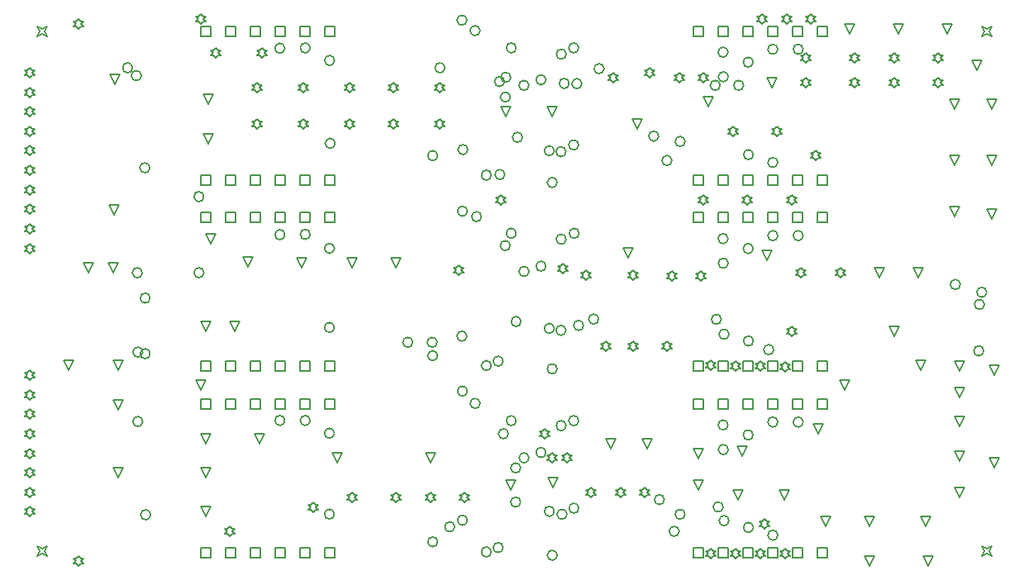
<source format=gbr>
%TF.GenerationSoftware,Altium Limited,Altium Designer,21.8.1 (53)*%
G04 Layer_Color=2752767*
%FSLAX45Y45*%
%MOMM*%
%TF.SameCoordinates,046F884E-5673-4B57-908A-D09F833A34A9*%
%TF.FilePolarity,Positive*%
%TF.FileFunction,Drawing*%
%TF.Part,Single*%
G01*
G75*
%TA.AperFunction,NonConductor*%
%ADD46C,0.12700*%
%ADD47C,0.16933*%
D46*
X11219200Y11473200D02*
Y11574800D01*
X11320800D01*
Y11473200D01*
X11219200D01*
X10965200D02*
Y11574800D01*
X11066800D01*
Y11473200D01*
X10965200D01*
X10711200D02*
Y11574800D01*
X10812800D01*
Y11473200D01*
X10711200D01*
X10457200D02*
Y11574800D01*
X10558800D01*
Y11473200D01*
X10457200D01*
X10203200D02*
Y11574800D01*
X10304800D01*
Y11473200D01*
X10203200D01*
X9949200D02*
Y11574800D01*
X10050800D01*
Y11473200D01*
X9949200D01*
X11219200Y9949200D02*
Y10050800D01*
X11320800D01*
Y9949200D01*
X11219200D01*
X10965200D02*
Y10050800D01*
X11066800D01*
Y9949200D01*
X10965200D01*
X10711200D02*
Y10050800D01*
X10812800D01*
Y9949200D01*
X10711200D01*
X10457200D02*
Y10050800D01*
X10558800D01*
Y9949200D01*
X10457200D01*
X10203200D02*
Y10050800D01*
X10304800D01*
Y9949200D01*
X10203200D01*
X9949200D02*
Y10050800D01*
X10050800D01*
Y9949200D01*
X9949200D01*
X14999200D02*
Y10050800D01*
X15100800D01*
Y9949200D01*
X14999200D01*
X15253200D02*
Y10050800D01*
X15354800D01*
Y9949200D01*
X15253200D01*
X15507201D02*
Y10050800D01*
X15608800D01*
Y9949200D01*
X15507201D01*
X15761200D02*
Y10050800D01*
X15862801D01*
Y9949200D01*
X15761200D01*
X16015199D02*
Y10050800D01*
X16116800D01*
Y9949200D01*
X16015199D01*
X16269200D02*
Y10050800D01*
X16370799D01*
Y9949200D01*
X16269200D01*
X14999200Y11473200D02*
Y11574800D01*
X15100800D01*
Y11473200D01*
X14999200D01*
X15253200D02*
Y11574800D01*
X15354800D01*
Y11473200D01*
X15253200D01*
X15507201D02*
Y11574800D01*
X15608800D01*
Y11473200D01*
X15507201D01*
X15761200D02*
Y11574800D01*
X15862801D01*
Y11473200D01*
X15761200D01*
X16015199D02*
Y11574800D01*
X16116800D01*
Y11473200D01*
X16015199D01*
X16269200D02*
Y11574800D01*
X16370799D01*
Y11473200D01*
X16269200D01*
X11219200Y9563200D02*
Y9664800D01*
X11320800D01*
Y9563200D01*
X11219200D01*
X10965200D02*
Y9664800D01*
X11066800D01*
Y9563200D01*
X10965200D01*
X10711200D02*
Y9664800D01*
X10812800D01*
Y9563200D01*
X10711200D01*
X10457200D02*
Y9664800D01*
X10558800D01*
Y9563200D01*
X10457200D01*
X10203200D02*
Y9664800D01*
X10304800D01*
Y9563200D01*
X10203200D01*
X9949200D02*
Y9664800D01*
X10050800D01*
Y9563200D01*
X9949200D01*
X11219200Y8039200D02*
Y8140800D01*
X11320800D01*
Y8039200D01*
X11219200D01*
X10965200D02*
Y8140800D01*
X11066800D01*
Y8039200D01*
X10965200D01*
X10711200D02*
Y8140800D01*
X10812800D01*
Y8039200D01*
X10711200D01*
X10457200D02*
Y8140800D01*
X10558800D01*
Y8039200D01*
X10457200D01*
X10203200D02*
Y8140800D01*
X10304800D01*
Y8039200D01*
X10203200D01*
X9949200D02*
Y8140800D01*
X10050800D01*
Y8039200D01*
X9949200D01*
X14999200D02*
Y8140800D01*
X15100800D01*
Y8039200D01*
X14999200D01*
X15253200D02*
Y8140800D01*
X15354800D01*
Y8039200D01*
X15253200D01*
X15507201D02*
Y8140800D01*
X15608800D01*
Y8039200D01*
X15507201D01*
X15761200D02*
Y8140800D01*
X15862801D01*
Y8039200D01*
X15761200D01*
X16015199D02*
Y8140800D01*
X16116800D01*
Y8039200D01*
X16015199D01*
X16269200D02*
Y8140800D01*
X16370799D01*
Y8039200D01*
X16269200D01*
X14999200Y9563200D02*
Y9664800D01*
X15100800D01*
Y9563200D01*
X14999200D01*
X15253200D02*
Y9664800D01*
X15354800D01*
Y9563200D01*
X15253200D01*
X15507201D02*
Y9664800D01*
X15608800D01*
Y9563200D01*
X15507201D01*
X15761200D02*
Y9664800D01*
X15862801D01*
Y9563200D01*
X15761200D01*
X16015199D02*
Y9664800D01*
X16116800D01*
Y9563200D01*
X16015199D01*
X16269200D02*
Y9664800D01*
X16370799D01*
Y9563200D01*
X16269200D01*
Y7653200D02*
Y7754800D01*
X16370799D01*
Y7653200D01*
X16269200D01*
X16015199D02*
Y7754800D01*
X16116800D01*
Y7653200D01*
X16015199D01*
X15761200D02*
Y7754800D01*
X15862801D01*
Y7653200D01*
X15761200D01*
X15507201D02*
Y7754800D01*
X15608800D01*
Y7653200D01*
X15507201D01*
X15253200D02*
Y7754800D01*
X15354800D01*
Y7653200D01*
X15253200D01*
X14999200D02*
Y7754800D01*
X15100800D01*
Y7653200D01*
X14999200D01*
X16269200Y6129200D02*
Y6230800D01*
X16370799D01*
Y6129200D01*
X16269200D01*
X16015199D02*
Y6230800D01*
X16116800D01*
Y6129200D01*
X16015199D01*
X15761200D02*
Y6230800D01*
X15862801D01*
Y6129200D01*
X15761200D01*
X15507201D02*
Y6230800D01*
X15608800D01*
Y6129200D01*
X15507201D01*
X15253200D02*
Y6230800D01*
X15354800D01*
Y6129200D01*
X15253200D01*
X14999200D02*
Y6230800D01*
X15100800D01*
Y6129200D01*
X14999200D01*
X9949200D02*
Y6230800D01*
X10050800D01*
Y6129200D01*
X9949200D01*
X10203200D02*
Y6230800D01*
X10304800D01*
Y6129200D01*
X10203200D01*
X10457200D02*
Y6230800D01*
X10558800D01*
Y6129200D01*
X10457200D01*
X10711200D02*
Y6230800D01*
X10812800D01*
Y6129200D01*
X10711200D01*
X10965200D02*
Y6230800D01*
X11066800D01*
Y6129200D01*
X10965200D01*
X11219200D02*
Y6230800D01*
X11320800D01*
Y6129200D01*
X11219200D01*
X9949200Y7653200D02*
Y7754800D01*
X10050800D01*
Y7653200D01*
X9949200D01*
X10203200D02*
Y7754800D01*
X10304800D01*
Y7653200D01*
X10203200D01*
X10457200D02*
Y7754800D01*
X10558800D01*
Y7653200D01*
X10457200D01*
X10711200D02*
Y7754800D01*
X10812800D01*
Y7653200D01*
X10711200D01*
X10965200D02*
Y7754800D01*
X11066800D01*
Y7653200D01*
X10965200D01*
X11219200D02*
Y7754800D01*
X11320800D01*
Y7653200D01*
X11219200D01*
X9050000Y9049200D02*
X8999200Y9150800D01*
X9100800D01*
X9050000Y9049200D01*
X13660001Y9039200D02*
X13685400Y9064600D01*
X13710800D01*
X13685400Y9090000D01*
X13710800Y9115400D01*
X13685400D01*
X13660001Y9140800D01*
X13634599Y9115400D01*
X13609200D01*
X13634599Y9090000D01*
X13609200Y9064600D01*
X13634599D01*
X13660001Y9039200D01*
X17675000Y10149200D02*
X17624200Y10250800D01*
X17725800D01*
X17675000Y10149200D01*
X18050000Y9599200D02*
X17999200Y9700800D01*
X18100800D01*
X18050000Y9599200D01*
X14325000Y9199200D02*
X14274200Y9300800D01*
X14375800D01*
X14325000Y9199200D01*
X15750000Y9174200D02*
X15699200Y9275800D01*
X15800800D01*
X15750000Y9174200D01*
X16275000Y7399200D02*
X16224200Y7500800D01*
X16325800D01*
X16275000Y7399200D01*
X10300000Y8449200D02*
X10249200Y8550800D01*
X10350800D01*
X10300000Y8449200D01*
X13025000Y9749200D02*
X13050400Y9774600D01*
X13075800D01*
X13050400Y9800000D01*
X13075800Y9825400D01*
X13050400D01*
X13025000Y9850800D01*
X12999600Y9825400D01*
X12974200D01*
X12999600Y9800000D01*
X12974200Y9774600D01*
X12999600D01*
X13025000Y9749200D01*
X17500000Y11199200D02*
X17525400Y11224600D01*
X17550800D01*
X17525400Y11250000D01*
X17550800Y11275400D01*
X17525400D01*
X17500000Y11300800D01*
X17474600Y11275400D01*
X17449200D01*
X17474600Y11250000D01*
X17449200Y11224600D01*
X17474600D01*
X17500000Y11199200D01*
X17050000D02*
X17075400Y11224600D01*
X17100800D01*
X17075400Y11250000D01*
X17100800Y11275400D01*
X17075400D01*
X17050000Y11300800D01*
X17024600Y11275400D01*
X16999200D01*
X17024600Y11250000D01*
X16999200Y11224600D01*
X17024600D01*
X17050000Y11199200D01*
X16650000D02*
X16675400Y11224600D01*
X16700800D01*
X16675400Y11250000D01*
X16700800Y11275400D01*
X16675400D01*
X16650000Y11300800D01*
X16624600Y11275400D01*
X16599200D01*
X16624600Y11250000D01*
X16599200Y11224600D01*
X16624600D01*
X16650000Y11199200D01*
X16150000D02*
X16175400Y11224600D01*
X16200800D01*
X16175400Y11250000D01*
X16200800Y11275400D01*
X16175400D01*
X16150000Y11300800D01*
X16124600Y11275400D01*
X16099200D01*
X16124600Y11250000D01*
X16099200Y11224600D01*
X16124600D01*
X16150000Y11199200D01*
X10575000Y11249200D02*
X10600400Y11274600D01*
X10625800D01*
X10600400Y11300000D01*
X10625800Y11325400D01*
X10600400D01*
X10575000Y11350800D01*
X10549600Y11325400D01*
X10524200D01*
X10549600Y11300000D01*
X10524200Y11274600D01*
X10549600D01*
X10575000Y11249200D01*
X10100000D02*
X10125400Y11274600D01*
X10150800D01*
X10125400Y11300000D01*
X10150800Y11325400D01*
X10125400D01*
X10100000Y11350800D01*
X10074600Y11325400D01*
X10049200D01*
X10074600Y11300000D01*
X10049200Y11274600D01*
X10074600D01*
X10100000Y11249200D01*
X12400000Y10899200D02*
X12425400Y10924600D01*
X12450800D01*
X12425400Y10950000D01*
X12450800Y10975400D01*
X12425400D01*
X12400000Y11000800D01*
X12374600Y10975400D01*
X12349200D01*
X12374600Y10950000D01*
X12349200Y10924600D01*
X12374600D01*
X12400000Y10899200D01*
Y10524200D02*
X12425400Y10549600D01*
X12450800D01*
X12425400Y10575000D01*
X12450800Y10600400D01*
X12425400D01*
X12400000Y10625800D01*
X12374600Y10600400D01*
X12349200D01*
X12374600Y10575000D01*
X12349200Y10549600D01*
X12374600D01*
X12400000Y10524200D01*
X11925000Y10899200D02*
X11950400Y10924600D01*
X11975800D01*
X11950400Y10950000D01*
X11975800Y10975400D01*
X11950400D01*
X11925000Y11000800D01*
X11899600Y10975400D01*
X11874200D01*
X11899600Y10950000D01*
X11874200Y10924600D01*
X11899600D01*
X11925000Y10899200D01*
Y10524200D02*
X11950400Y10549600D01*
X11975800D01*
X11950400Y10575000D01*
X11975800Y10600400D01*
X11950400D01*
X11925000Y10625800D01*
X11899600Y10600400D01*
X11874200D01*
X11899600Y10575000D01*
X11874200Y10549600D01*
X11899600D01*
X11925000Y10524200D01*
X15725000Y6424200D02*
X15750400Y6449600D01*
X15775800D01*
X15750400Y6475000D01*
X15775800Y6500400D01*
X15750400D01*
X15725000Y6525800D01*
X15699600Y6500400D01*
X15674200D01*
X15699600Y6475000D01*
X15674200Y6449600D01*
X15699600D01*
X15725000Y6424200D01*
X16800000Y6449200D02*
X16749200Y6550800D01*
X16850800D01*
X16800000Y6449200D01*
X15500000Y7174200D02*
X15449200Y7275800D01*
X15550800D01*
X15500000Y7174200D01*
X14500000Y6749200D02*
X14525400Y6774600D01*
X14550800D01*
X14525400Y6800000D01*
X14550800Y6825400D01*
X14525400D01*
X14500000Y6850800D01*
X14474600Y6825400D01*
X14449200D01*
X14474600Y6800000D01*
X14449200Y6774600D01*
X14474600D01*
X14500000Y6749200D01*
X14250000D02*
X14275400Y6774600D01*
X14300800D01*
X14275400Y6800000D01*
X14300800Y6825400D01*
X14275400D01*
X14250000Y6850800D01*
X14224600Y6825400D01*
X14199200D01*
X14224600Y6800000D01*
X14199200Y6774600D01*
X14224600D01*
X14250000Y6749200D01*
X13950000D02*
X13975400Y6774600D01*
X14000800D01*
X13975400Y6800000D01*
X14000800Y6825400D01*
X13975400D01*
X13950000Y6850800D01*
X13924600Y6825400D01*
X13899200D01*
X13924600Y6800000D01*
X13899200Y6774600D01*
X13924600D01*
X13950000Y6749200D01*
X15050000Y6824200D02*
X14999200Y6925800D01*
X15100800D01*
X15050000Y6824200D01*
X14525000Y7249200D02*
X14474200Y7350800D01*
X14575800D01*
X14525000Y7249200D01*
X13125000Y6824200D02*
X13074200Y6925800D01*
X13175800D01*
X13125000Y6824200D01*
X12300000Y6699200D02*
X12325400Y6724600D01*
X12350800D01*
X12325400Y6750000D01*
X12350800Y6775400D01*
X12325400D01*
X12300000Y6800800D01*
X12274600Y6775400D01*
X12249200D01*
X12274600Y6750000D01*
X12249200Y6724600D01*
X12274600D01*
X12300000Y6699200D01*
X11950000D02*
X11975400Y6724600D01*
X12000800D01*
X11975400Y6750000D01*
X12000800Y6775400D01*
X11975400D01*
X11950000Y6800800D01*
X11924600Y6775400D01*
X11899200D01*
X11924600Y6750000D01*
X11899200Y6724600D01*
X11924600D01*
X11950000Y6699200D01*
X11500000D02*
X11525400Y6724600D01*
X11550800D01*
X11525400Y6750000D01*
X11550800Y6775400D01*
X11525400D01*
X11500000Y6800800D01*
X11474600Y6775400D01*
X11449200D01*
X11474600Y6750000D01*
X11449200Y6724600D01*
X11474600D01*
X11500000Y6699200D01*
X11100000Y6599200D02*
X11125400Y6624600D01*
X11150800D01*
X11125400Y6650000D01*
X11150800Y6675400D01*
X11125400D01*
X11100000Y6700800D01*
X11074600Y6675400D01*
X11049200D01*
X11074600Y6650000D01*
X11049200Y6624600D01*
X11074600D01*
X11100000Y6599200D01*
X17725000Y7124200D02*
X17674200Y7225800D01*
X17775800D01*
X17725000Y7124200D01*
Y7774200D02*
X17674200Y7875800D01*
X17775800D01*
X17725000Y7774200D01*
X17720000Y8044200D02*
X17669200Y8145800D01*
X17770799D01*
X17720000Y8044200D01*
X12590000Y9029200D02*
X12615400Y9054600D01*
X12640800D01*
X12615400Y9080000D01*
X12640800Y9105400D01*
X12615400D01*
X12590000Y9130800D01*
X12564600Y9105400D01*
X12539200D01*
X12564600Y9080000D01*
X12539200Y9054600D01*
X12564600D01*
X12590000Y9029200D01*
X14100000Y8249200D02*
X14125400Y8274600D01*
X14150800D01*
X14125400Y8300000D01*
X14150800Y8325400D01*
X14125400D01*
X14100000Y8350800D01*
X14074600Y8325400D01*
X14049200D01*
X14074600Y8300000D01*
X14049200Y8274600D01*
X14074600D01*
X14100000Y8249200D01*
X14375000D02*
X14400400Y8274600D01*
X14425800D01*
X14400400Y8300000D01*
X14425800Y8325400D01*
X14400400D01*
X14375000Y8350800D01*
X14349600Y8325400D01*
X14324200D01*
X14349600Y8300000D01*
X14324200Y8274600D01*
X14349600D01*
X14375000Y8249200D01*
X14725000D02*
X14750400Y8274600D01*
X14775800D01*
X14750400Y8300000D01*
X14775800Y8325400D01*
X14750400D01*
X14725000Y8350800D01*
X14699600Y8325400D01*
X14674200D01*
X14699600Y8300000D01*
X14674200Y8274600D01*
X14699600D01*
X14725000Y8249200D01*
X10000000Y7299200D02*
X9949200Y7400800D01*
X10050800D01*
X10000000Y7299200D01*
X10550000D02*
X10499200Y7400800D01*
X10600800D01*
X10550000Y7299200D01*
X11350000Y7099200D02*
X11299200Y7200800D01*
X11400800D01*
X11350000Y7099200D01*
X17400000Y6049200D02*
X17349200Y6150800D01*
X17450800D01*
X17400000Y6049200D01*
X16550000Y7849200D02*
X16499200Y7950800D01*
X16600800D01*
X16550000Y7849200D01*
X17675000Y10724200D02*
X17624200Y10825800D01*
X17725800D01*
X17675000Y10724200D01*
Y9624200D02*
X17624200Y9725800D01*
X17725800D01*
X17675000Y9624200D01*
X9100000Y7649200D02*
X9049200Y7750800D01*
X9150800D01*
X9100000Y7649200D01*
Y6949200D02*
X9049200Y7050800D01*
X9150800D01*
X9100000Y6949200D01*
X9065000Y9644200D02*
X9014200Y9745800D01*
X9115800D01*
X9065000Y9644200D01*
X8700000Y11549200D02*
X8725400Y11574600D01*
X8750800D01*
X8725400Y11600000D01*
X8750800Y11625400D01*
X8725400D01*
X8700000Y11650800D01*
X8674600Y11625400D01*
X8649200D01*
X8674600Y11600000D01*
X8649200Y11574600D01*
X8674600D01*
X8700000Y11549200D01*
X8200000Y11049200D02*
X8225400Y11074600D01*
X8250800D01*
X8225400Y11100000D01*
X8250800Y11125400D01*
X8225400D01*
X8200000Y11150800D01*
X8174600Y11125400D01*
X8149200D01*
X8174600Y11100000D01*
X8149200Y11074600D01*
X8174600D01*
X8200000Y11049200D01*
Y10849200D02*
X8225400Y10874600D01*
X8250800D01*
X8225400Y10900000D01*
X8250800Y10925400D01*
X8225400D01*
X8200000Y10950800D01*
X8174600Y10925400D01*
X8149200D01*
X8174600Y10900000D01*
X8149200Y10874600D01*
X8174600D01*
X8200000Y10849200D01*
Y10649200D02*
X8225400Y10674600D01*
X8250800D01*
X8225400Y10700000D01*
X8250800Y10725400D01*
X8225400D01*
X8200000Y10750800D01*
X8174600Y10725400D01*
X8149200D01*
X8174600Y10700000D01*
X8149200Y10674600D01*
X8174600D01*
X8200000Y10649200D01*
Y10449200D02*
X8225400Y10474600D01*
X8250800D01*
X8225400Y10500000D01*
X8250800Y10525400D01*
X8225400D01*
X8200000Y10550800D01*
X8174600Y10525400D01*
X8149200D01*
X8174600Y10500000D01*
X8149200Y10474600D01*
X8174600D01*
X8200000Y10449200D01*
Y10249200D02*
X8225400Y10274600D01*
X8250800D01*
X8225400Y10300000D01*
X8250800Y10325400D01*
X8225400D01*
X8200000Y10350800D01*
X8174600Y10325400D01*
X8149200D01*
X8174600Y10300000D01*
X8149200Y10274600D01*
X8174600D01*
X8200000Y10249200D01*
Y10049200D02*
X8225400Y10074600D01*
X8250800D01*
X8225400Y10100000D01*
X8250800Y10125400D01*
X8225400D01*
X8200000Y10150800D01*
X8174600Y10125400D01*
X8149200D01*
X8174600Y10100000D01*
X8149200Y10074600D01*
X8174600D01*
X8200000Y10049200D01*
Y9849200D02*
X8225400Y9874600D01*
X8250800D01*
X8225400Y9900000D01*
X8250800Y9925400D01*
X8225400D01*
X8200000Y9950800D01*
X8174600Y9925400D01*
X8149200D01*
X8174600Y9900000D01*
X8149200Y9874600D01*
X8174600D01*
X8200000Y9849200D01*
Y9649200D02*
X8225400Y9674600D01*
X8250800D01*
X8225400Y9700000D01*
X8250800Y9725400D01*
X8225400D01*
X8200000Y9750800D01*
X8174600Y9725400D01*
X8149200D01*
X8174600Y9700000D01*
X8149200Y9674600D01*
X8174600D01*
X8200000Y9649200D01*
Y9449200D02*
X8225400Y9474600D01*
X8250800D01*
X8225400Y9500000D01*
X8250800Y9525400D01*
X8225400D01*
X8200000Y9550800D01*
X8174600Y9525400D01*
X8149200D01*
X8174600Y9500000D01*
X8149200Y9474600D01*
X8174600D01*
X8200000Y9449200D01*
Y9249200D02*
X8225400Y9274600D01*
X8250800D01*
X8225400Y9300000D01*
X8250800Y9325400D01*
X8225400D01*
X8200000Y9350800D01*
X8174600Y9325400D01*
X8149200D01*
X8174600Y9300000D01*
X8149200Y9274600D01*
X8174600D01*
X8200000Y9249200D01*
X8800000Y9049200D02*
X8749200Y9150800D01*
X8850800D01*
X8800000Y9049200D01*
X9070000Y10981700D02*
X9019200Y11083300D01*
X9120800D01*
X9070000Y10981700D01*
X8200000Y7949200D02*
X8225400Y7974600D01*
X8250800D01*
X8225400Y8000000D01*
X8250800Y8025400D01*
X8225400D01*
X8200000Y8050800D01*
X8174600Y8025400D01*
X8149200D01*
X8174600Y8000000D01*
X8149200Y7974600D01*
X8174600D01*
X8200000Y7949200D01*
Y7749200D02*
X8225400Y7774600D01*
X8250800D01*
X8225400Y7800000D01*
X8250800Y7825400D01*
X8225400D01*
X8200000Y7850800D01*
X8174600Y7825400D01*
X8149200D01*
X8174600Y7800000D01*
X8149200Y7774600D01*
X8174600D01*
X8200000Y7749200D01*
Y7549200D02*
X8225400Y7574600D01*
X8250800D01*
X8225400Y7600000D01*
X8250800Y7625400D01*
X8225400D01*
X8200000Y7650800D01*
X8174600Y7625400D01*
X8149200D01*
X8174600Y7600000D01*
X8149200Y7574600D01*
X8174600D01*
X8200000Y7549200D01*
Y7349200D02*
X8225400Y7374600D01*
X8250800D01*
X8225400Y7400000D01*
X8250800Y7425400D01*
X8225400D01*
X8200000Y7450800D01*
X8174600Y7425400D01*
X8149200D01*
X8174600Y7400000D01*
X8149200Y7374600D01*
X8174600D01*
X8200000Y7349200D01*
Y7149200D02*
X8225400Y7174600D01*
X8250800D01*
X8225400Y7200000D01*
X8250800Y7225400D01*
X8225400D01*
X8200000Y7250800D01*
X8174600Y7225400D01*
X8149200D01*
X8174600Y7200000D01*
X8149200Y7174600D01*
X8174600D01*
X8200000Y7149200D01*
Y6949200D02*
X8225400Y6974600D01*
X8250800D01*
X8225400Y7000000D01*
X8250800Y7025400D01*
X8225400D01*
X8200000Y7050800D01*
X8174600Y7025400D01*
X8149200D01*
X8174600Y7000000D01*
X8149200Y6974600D01*
X8174600D01*
X8200000Y6949200D01*
Y6749200D02*
X8225400Y6774600D01*
X8250800D01*
X8225400Y6800000D01*
X8250800Y6825400D01*
X8225400D01*
X8200000Y6850800D01*
X8174600Y6825400D01*
X8149200D01*
X8174600Y6800000D01*
X8149200Y6774600D01*
X8174600D01*
X8200000Y6749200D01*
Y6549200D02*
X8225400Y6574600D01*
X8250800D01*
X8225400Y6600000D01*
X8250800Y6625400D01*
X8225400D01*
X8200000Y6650800D01*
X8174600Y6625400D01*
X8149200D01*
X8174600Y6600000D01*
X8149200Y6574600D01*
X8174600D01*
X8200000Y6549200D01*
X8600000Y8049200D02*
X8549200Y8150800D01*
X8650800D01*
X8600000Y8049200D01*
X8700000Y6049200D02*
X8725400Y6074600D01*
X8750800D01*
X8725400Y6100000D01*
X8750800Y6125400D01*
X8725400D01*
X8700000Y6150800D01*
X8674600Y6125400D01*
X8649200D01*
X8674600Y6100000D01*
X8649200Y6074600D01*
X8674600D01*
X8700000Y6049200D01*
X11475000Y10899200D02*
X11500400Y10924600D01*
X11525800D01*
X11500400Y10950000D01*
X11525800Y10975400D01*
X11500400D01*
X11475000Y11000800D01*
X11449600Y10975400D01*
X11424200D01*
X11449600Y10950000D01*
X11424200Y10924600D01*
X11449600D01*
X11475000Y10899200D01*
X10525000D02*
X10550400Y10924600D01*
X10575800D01*
X10550400Y10950000D01*
X10575800Y10975400D01*
X10550400D01*
X10525000Y11000800D01*
X10499600Y10975400D01*
X10474200D01*
X10499600Y10950000D01*
X10474200Y10924600D01*
X10499600D01*
X10525000Y10899200D01*
X11000000D02*
X11025400Y10924600D01*
X11050800D01*
X11025400Y10950000D01*
X11050800Y10975400D01*
X11025400D01*
X11000000Y11000800D01*
X10974600Y10975400D01*
X10949200D01*
X10974600Y10950000D01*
X10949200Y10924600D01*
X10974600D01*
X11000000Y10899200D01*
X12650000Y6699200D02*
X12675400Y6724600D01*
X12700800D01*
X12675400Y6750000D01*
X12700800Y6775400D01*
X12675400D01*
X12650000Y6800800D01*
X12624600Y6775400D01*
X12599200D01*
X12624600Y6750000D01*
X12599200Y6724600D01*
X12624600D01*
X12650000Y6699200D01*
X10250000Y6349200D02*
X10275400Y6374600D01*
X10300800D01*
X10275400Y6400000D01*
X10300800Y6425400D01*
X10275400D01*
X10250000Y6450800D01*
X10224600Y6425400D01*
X10199200D01*
X10224600Y6400000D01*
X10199200Y6374600D01*
X10224600D01*
X10250000Y6349200D01*
X16000000Y8399200D02*
X16025400Y8424600D01*
X16050800D01*
X16025400Y8450000D01*
X16050800Y8475400D01*
X16025400D01*
X16000000Y8500800D01*
X15974600Y8475400D01*
X15949200D01*
X15974600Y8450000D01*
X15949200Y8424600D01*
X15974600D01*
X16000000Y8399200D01*
X17050000D02*
X16999200Y8500800D01*
X17100800D01*
X17050000Y8399200D01*
X15934340Y8033555D02*
X15959740Y8058955D01*
X15985139D01*
X15959740Y8084355D01*
X15985139Y8109755D01*
X15959740D01*
X15934340Y8135155D01*
X15908940Y8109755D01*
X15883540D01*
X15908940Y8084355D01*
X15883540Y8058955D01*
X15908940D01*
X15934340Y8033555D01*
X15800000Y10949200D02*
X15749200Y11050800D01*
X15850800D01*
X15800000Y10949200D01*
X16650000D02*
X16675400Y10974600D01*
X16700800D01*
X16675400Y11000000D01*
X16700800Y11025400D01*
X16675400D01*
X16650000Y11050800D01*
X16624600Y11025400D01*
X16599200D01*
X16624600Y11000000D01*
X16599200Y10974600D01*
X16624600D01*
X16650000Y10949200D01*
X18050000Y10149200D02*
X17999200Y10250800D01*
X18100800D01*
X18050000Y10149200D01*
Y10724200D02*
X17999200Y10825800D01*
X18100800D01*
X18050000Y10724200D01*
X10050000Y9349200D02*
X9999200Y9450800D01*
X10100800D01*
X10050000Y9349200D01*
X17375000Y6449200D02*
X17324200Y6550800D01*
X17425800D01*
X17375000Y6449200D01*
X16350000D02*
X16299200Y6550800D01*
X16400800D01*
X16350000Y6449200D01*
X17725000Y7474200D02*
X17674200Y7575800D01*
X17775800D01*
X17725000Y7474200D01*
X15450000Y6724200D02*
X15399200Y6825800D01*
X15500800D01*
X15450000Y6724200D01*
X15925000D02*
X15874200Y6825800D01*
X15975800D01*
X15925000Y6724200D01*
X17325000Y8049200D02*
X17274200Y8150800D01*
X17375800D01*
X17325000Y8049200D01*
X17300000Y8999200D02*
X17249200Y9100800D01*
X17350800D01*
X17300000Y8999200D01*
X16900000D02*
X16849200Y9100800D01*
X16950800D01*
X16900000Y8999200D01*
X10000000Y8449200D02*
X9949200Y8550800D01*
X10050800D01*
X10000000Y8449200D01*
X13475000Y7349200D02*
X13500400Y7374600D01*
X13525800D01*
X13500400Y7400000D01*
X13525800Y7425400D01*
X13500400D01*
X13475000Y7450800D01*
X13449600Y7425400D01*
X13424200D01*
X13449600Y7400000D01*
X13424200Y7374600D01*
X13449600D01*
X13475000Y7349200D01*
X13550000Y7099200D02*
X13575400Y7124600D01*
X13600800D01*
X13575400Y7150000D01*
X13600800Y7175400D01*
X13575400D01*
X13550000Y7200800D01*
X13524600Y7175400D01*
X13499200D01*
X13524600Y7150000D01*
X13499200Y7124600D01*
X13524600D01*
X13550000Y7099200D01*
X13700000D02*
X13725400Y7124600D01*
X13750800D01*
X13725400Y7150000D01*
X13750800Y7175400D01*
X13725400D01*
X13700000Y7200800D01*
X13674600Y7175400D01*
X13649200D01*
X13674600Y7150000D01*
X13649200Y7124600D01*
X13674600D01*
X13700000Y7099200D01*
X15050000Y7149200D02*
X14999200Y7250800D01*
X15100800D01*
X15050000Y7149200D01*
X14150000Y7249200D02*
X14099200Y7350800D01*
X14200800D01*
X14150000Y7249200D01*
X12300000Y7099200D02*
X12249200Y7200800D01*
X12350800D01*
X12300000Y7099200D01*
X14425000Y10524200D02*
X14374200Y10625800D01*
X14475800D01*
X14425000Y10524200D01*
X13560001Y6849200D02*
X13509200Y6950800D01*
X13610800D01*
X13560001Y6849200D01*
X13550000Y10649200D02*
X13499200Y10750800D01*
X13600800D01*
X13550000Y10649200D01*
X13075000D02*
X13024200Y10750800D01*
X13125800D01*
X13075000Y10649200D01*
X10025000Y10774200D02*
X9974200Y10875800D01*
X10075800D01*
X10025000Y10774200D01*
X11475000Y10524200D02*
X11500400Y10549600D01*
X11525800D01*
X11500400Y10575000D01*
X11525800Y10600400D01*
X11500400D01*
X11475000Y10625800D01*
X11449600Y10600400D01*
X11424200D01*
X11449600Y10575000D01*
X11424200Y10549600D01*
X11449600D01*
X11475000Y10524200D01*
X11000000D02*
X11025400Y10549600D01*
X11050800D01*
X11025400Y10575000D01*
X11050800Y10600400D01*
X11025400D01*
X11000000Y10625800D01*
X10974600Y10600400D01*
X10949200D01*
X10974600Y10575000D01*
X10949200Y10549600D01*
X10974600D01*
X11000000Y10524200D01*
X10525000D02*
X10550400Y10549600D01*
X10575800D01*
X10550400Y10575000D01*
X10575800Y10600400D01*
X10550400D01*
X10525000Y10625800D01*
X10499600Y10600400D01*
X10474200D01*
X10499600Y10575000D01*
X10474200Y10549600D01*
X10499600D01*
X10525000Y10524200D01*
X15070000Y8969200D02*
X15095399Y8994600D01*
X15120799D01*
X15095399Y9020000D01*
X15120799Y9045400D01*
X15095399D01*
X15070000Y9070800D01*
X15044600Y9045400D01*
X15019200D01*
X15044600Y9020000D01*
X15019200Y8994600D01*
X15044600D01*
X15070000Y8969200D01*
X15936539Y6124200D02*
X15961938Y6149600D01*
X15987338D01*
X15961938Y6175000D01*
X15987338Y6200400D01*
X15961938D01*
X15936539Y6225800D01*
X15911139Y6200400D01*
X15885739D01*
X15911139Y6175000D01*
X15885739Y6149600D01*
X15911139D01*
X15936539Y6124200D01*
X15681056D02*
X15706456Y6149600D01*
X15731856D01*
X15706456Y6175000D01*
X15731856Y6200400D01*
X15706456D01*
X15681056Y6225800D01*
X15655656Y6200400D01*
X15630257D01*
X15655656Y6175000D01*
X15630257Y6149600D01*
X15655656D01*
X15681056Y6124200D01*
X15175000D02*
X15200400Y6149600D01*
X15225800D01*
X15200400Y6175000D01*
X15225800Y6200400D01*
X15200400D01*
X15175000Y6225800D01*
X15149600Y6200400D01*
X15124200D01*
X15149600Y6175000D01*
X15124200Y6149600D01*
X15149600D01*
X15175000Y6124200D01*
X15425000D02*
X15450400Y6149600D01*
X15475800D01*
X15450400Y6175000D01*
X15475800Y6200400D01*
X15450400D01*
X15425000Y6225800D01*
X15399600Y6200400D01*
X15374200D01*
X15399600Y6175000D01*
X15374200Y6149600D01*
X15399600D01*
X15425000Y6124200D01*
X17500000Y10949200D02*
X17525400Y10974600D01*
X17550800D01*
X17525400Y11000000D01*
X17550800Y11025400D01*
X17525400D01*
X17500000Y11050800D01*
X17474600Y11025400D01*
X17449200D01*
X17474600Y11000000D01*
X17449200Y10974600D01*
X17474600D01*
X17500000Y10949200D01*
X10000000Y6549200D02*
X9949200Y6650800D01*
X10050800D01*
X10000000Y6549200D01*
Y6949200D02*
X9949200Y7050800D01*
X10050800D01*
X10000000Y6949200D01*
X15684770Y8043703D02*
X15710170Y8069103D01*
X15735570D01*
X15710170Y8094503D01*
X15735570Y8119903D01*
X15710170D01*
X15684770Y8145303D01*
X15659370Y8119903D01*
X15633971D01*
X15659370Y8094503D01*
X15633971Y8069103D01*
X15659370D01*
X15684770Y8043703D01*
X15428130Y8046463D02*
X15453529Y8071863D01*
X15478931D01*
X15453529Y8097263D01*
X15478931Y8122663D01*
X15453529D01*
X15428130Y8148063D01*
X15402730Y8122663D01*
X15377330D01*
X15402730Y8097263D01*
X15377330Y8071863D01*
X15402730D01*
X15428130Y8046463D01*
X15175339Y8050605D02*
X15200739Y8076005D01*
X15226138D01*
X15200739Y8101405D01*
X15226138Y8126805D01*
X15200739D01*
X15175339Y8152205D01*
X15149939Y8126805D01*
X15124539D01*
X15149939Y8101405D01*
X15124539Y8076005D01*
X15149939D01*
X15175339Y8050605D01*
X16500000Y8999200D02*
X16525400Y9024600D01*
X16550800D01*
X16525400Y9050000D01*
X16550800Y9075400D01*
X16525400D01*
X16500000Y9100800D01*
X16474600Y9075400D01*
X16449200D01*
X16474600Y9050000D01*
X16449200Y9024600D01*
X16474600D01*
X16500000Y8999200D01*
X16100000D02*
X16125400Y9024600D01*
X16150800D01*
X16125400Y9050000D01*
X16150800Y9075400D01*
X16125400D01*
X16100000Y9100800D01*
X16074600Y9075400D01*
X16049200D01*
X16074600Y9050000D01*
X16049200Y9024600D01*
X16074600D01*
X16100000Y8999200D01*
X9100000Y8049200D02*
X9049200Y8150800D01*
X9150800D01*
X9100000Y8049200D01*
X9950000Y7849200D02*
X9899200Y7950800D01*
X10000800D01*
X9950000Y7849200D01*
X14375000Y8974200D02*
X14400400Y8999600D01*
X14425800D01*
X14400400Y9025000D01*
X14425800Y9050400D01*
X14400400D01*
X14375000Y9075800D01*
X14349600Y9050400D01*
X14324200D01*
X14349600Y9025000D01*
X14324200Y8999600D01*
X14349600D01*
X14375000Y8974200D01*
X13900000D02*
X13925400Y8999600D01*
X13950800D01*
X13925400Y9025000D01*
X13950800Y9050400D01*
X13925400D01*
X13900000Y9075800D01*
X13874600Y9050400D01*
X13849200D01*
X13874600Y9025000D01*
X13849200Y8999600D01*
X13874600D01*
X13900000Y8974200D01*
X15999998Y9747035D02*
X16025398Y9772435D01*
X16050800D01*
X16025398Y9797835D01*
X16050800Y9823235D01*
X16025398D01*
X15999998Y9848635D01*
X15974599Y9823235D01*
X15949199D01*
X15974599Y9797835D01*
X15949199Y9772435D01*
X15974599D01*
X15999998Y9747035D01*
X15549998D02*
X15575398Y9772435D01*
X15600800D01*
X15575398Y9797835D01*
X15600800Y9823235D01*
X15575398D01*
X15549998Y9848635D01*
X15524599Y9823235D01*
X15499199D01*
X15524599Y9797835D01*
X15499199Y9772435D01*
X15524599D01*
X15549998Y9747035D01*
X15100000D02*
X15125400Y9772435D01*
X15150800D01*
X15125400Y9797835D01*
X15150800Y9823235D01*
X15125400D01*
X15100000Y9848635D01*
X15074600Y9823235D01*
X15049200D01*
X15074600Y9797835D01*
X15049200Y9772435D01*
X15074600D01*
X15100000Y9747035D01*
X15850000Y10447035D02*
X15875400Y10472435D01*
X15900800D01*
X15875400Y10497835D01*
X15900800Y10523235D01*
X15875400D01*
X15850000Y10548635D01*
X15824600Y10523235D01*
X15799200D01*
X15824600Y10497835D01*
X15799200Y10472435D01*
X15824600D01*
X15850000Y10447035D01*
X16250000Y10199200D02*
X16275400Y10224600D01*
X16300800D01*
X16275400Y10250000D01*
X16300800Y10275400D01*
X16275400D01*
X16250000Y10300800D01*
X16224600Y10275400D01*
X16199200D01*
X16224600Y10250000D01*
X16199200Y10224600D01*
X16224600D01*
X16250000Y10199200D01*
X15399998Y10447035D02*
X15425398Y10472435D01*
X15450800D01*
X15425398Y10497835D01*
X15450800Y10523235D01*
X15425398D01*
X15399998Y10548635D01*
X15374599Y10523235D01*
X15349199D01*
X15374599Y10497835D01*
X15349199Y10472435D01*
X15374599D01*
X15399998Y10447035D01*
X16150000Y10949200D02*
X16175400Y10974600D01*
X16200800D01*
X16175400Y11000000D01*
X16200800Y11025400D01*
X16175400D01*
X16150000Y11050800D01*
X16124600Y11025400D01*
X16099200D01*
X16124600Y11000000D01*
X16099200Y10974600D01*
X16124600D01*
X16150000Y10949200D01*
X17050000D02*
X17075400Y10974600D01*
X17100800D01*
X17075400Y11000000D01*
X17100800Y11025400D01*
X17075400D01*
X17050000Y11050800D01*
X17024600Y11025400D01*
X16999200D01*
X17024600Y11000000D01*
X16999200Y10974600D01*
X17024600D01*
X17050000Y10949200D01*
X17900000Y11124200D02*
X17849200Y11225800D01*
X17950800D01*
X17900000Y11124200D01*
X16600000Y11499200D02*
X16549200Y11600800D01*
X16650800D01*
X16600000Y11499200D01*
X17100000D02*
X17049200Y11600800D01*
X17150800D01*
X17100000Y11499200D01*
X16200165Y11600419D02*
X16225565Y11625819D01*
X16250964D01*
X16225565Y11651219D01*
X16250964Y11676619D01*
X16225565D01*
X16200165Y11702019D01*
X16174765Y11676619D01*
X16149365D01*
X16174765Y11651219D01*
X16149365Y11625819D01*
X16174765D01*
X16200165Y11600419D01*
X15950165D02*
X15975565Y11625819D01*
X16000964D01*
X15975565Y11651219D01*
X16000964Y11676619D01*
X15975565D01*
X15950165Y11702019D01*
X15924765Y11676619D01*
X15899365D01*
X15924765Y11651219D01*
X15899365Y11625819D01*
X15924765D01*
X15950165Y11600419D01*
X15700165D02*
X15725565Y11625819D01*
X15750964D01*
X15725565Y11651219D01*
X15750964Y11676619D01*
X15725565D01*
X15700165Y11702019D01*
X15674765Y11676619D01*
X15649365D01*
X15674765Y11651219D01*
X15649365Y11625819D01*
X15674765D01*
X15700165Y11600419D01*
X9950165D02*
X9975565Y11625819D01*
X10000965D01*
X9975565Y11651219D01*
X10000965Y11676619D01*
X9975565D01*
X9950165Y11702019D01*
X9924765Y11676619D01*
X9899365D01*
X9924765Y11651219D01*
X9899365Y11625819D01*
X9924765D01*
X9950165Y11600419D01*
X8274200Y6149200D02*
X8299600Y6200000D01*
X8274200Y6250800D01*
X8325000Y6225400D01*
X8375800Y6250800D01*
X8350400Y6200000D01*
X8375800Y6149200D01*
X8325000Y6174600D01*
X8274200Y6149200D01*
X17949200D02*
X17974600Y6200000D01*
X17949200Y6250800D01*
X18000000Y6225400D01*
X18050800Y6250800D01*
X18025400Y6200000D01*
X18050800Y6149200D01*
X18000000Y6174600D01*
X17949200Y6149200D01*
Y11474200D02*
X17974600Y11525000D01*
X17949200Y11575800D01*
X18000000Y11550400D01*
X18050800Y11575800D01*
X18025400Y11525000D01*
X18050800Y11474200D01*
X18000000Y11499600D01*
X17949200Y11474200D01*
X8274200D02*
X8299600Y11525000D01*
X8274200Y11575800D01*
X8325000Y11550400D01*
X8375800Y11575800D01*
X8350400Y11525000D01*
X8375800Y11474200D01*
X8325000Y11499600D01*
X8274200Y11474200D01*
X15150000Y10749200D02*
X15099200Y10850800D01*
X15200800D01*
X15150000Y10749200D01*
X16800000Y6049200D02*
X16749200Y6150800D01*
X16850800D01*
X16800000Y6049200D01*
X18075000Y7999200D02*
X18024200Y8100800D01*
X18125800D01*
X18075000Y7999200D01*
Y7049200D02*
X18024200Y7150800D01*
X18125800D01*
X18075000Y7049200D01*
X11950000Y9099200D02*
X11899200Y9200800D01*
X12000800D01*
X11950000Y9099200D01*
X10980000D02*
X10929200Y9200800D01*
X11030800D01*
X10980000Y9099200D01*
X15100000Y10999200D02*
X15125400Y11024600D01*
X15150800D01*
X15125400Y11050000D01*
X15150800Y11075400D01*
X15125400D01*
X15100000Y11100800D01*
X15074600Y11075400D01*
X15049200D01*
X15074600Y11050000D01*
X15049200Y11024600D01*
X15074600D01*
X15100000Y10999200D01*
X14850000D02*
X14875400Y11024600D01*
X14900800D01*
X14875400Y11050000D01*
X14900800Y11075400D01*
X14875400D01*
X14850000Y11100800D01*
X14824600Y11075400D01*
X14799200D01*
X14824600Y11050000D01*
X14799200Y11024600D01*
X14824600D01*
X14850000Y10999200D01*
X14550000Y11049200D02*
X14575400Y11074600D01*
X14600800D01*
X14575400Y11100000D01*
X14600800Y11125400D01*
X14575400D01*
X14550000Y11150800D01*
X14524600Y11125400D01*
X14499200D01*
X14524600Y11100000D01*
X14499200Y11074600D01*
X14524600D01*
X14550000Y11049200D01*
X14175000Y10999200D02*
X14200400Y11024600D01*
X14225800D01*
X14200400Y11050000D01*
X14225800Y11075400D01*
X14200400D01*
X14175000Y11100800D01*
X14149600Y11075400D01*
X14124200D01*
X14149600Y11050000D01*
X14124200Y11024600D01*
X14149600D01*
X14175000Y10999200D01*
X14780000Y8969200D02*
X14805400Y8994600D01*
X14830800D01*
X14805400Y9020000D01*
X14830800Y9045400D01*
X14805400D01*
X14780000Y9070800D01*
X14754601Y9045400D01*
X14729201D01*
X14754601Y9020000D01*
X14729201Y8994600D01*
X14754601D01*
X14780000Y8969200D01*
X10025000Y10374200D02*
X9974200Y10475800D01*
X10075800D01*
X10025000Y10374200D01*
X11500000Y9099200D02*
X11449200Y9200800D01*
X11550800D01*
X11500000Y9099200D01*
X17725000Y6749200D02*
X17674200Y6850800D01*
X17775800D01*
X17725000Y6749200D01*
X10430000Y9109200D02*
X10379200Y9210800D01*
X10480800D01*
X10430000Y9109200D01*
X17600000Y11499200D02*
X17549200Y11600800D01*
X17650800D01*
X17600000Y11499200D01*
D47*
X13825710Y9453587D02*
G03*
X13825710Y9453587I-50800J0D01*
G01*
X12825800Y9625000D02*
G03*
X12825800Y9625000I-50800J0D01*
G01*
X13700800Y6575000D02*
G03*
X13700800Y6575000I-50800J0D01*
G01*
X12370800Y8336900D02*
G03*
X12370800Y8336900I-50800J0D01*
G01*
X12120800D02*
G03*
X12120800Y8336900I-50800J0D01*
G01*
X12925800Y10050000D02*
G03*
X12925800Y10050000I-50800J0D01*
G01*
X14775800Y10200000D02*
G03*
X14775800Y10200000I-50800J0D01*
G01*
X12375800Y10250000D02*
G03*
X12375800Y10250000I-50800J0D01*
G01*
X9350400Y9049600D02*
G03*
X9350400Y9049600I-50800J0D01*
G01*
X13225800Y7050000D02*
G03*
X13225800Y7050000I-50800J0D01*
G01*
X13100800Y7400000D02*
G03*
X13100800Y7400000I-50800J0D01*
G01*
X15300800Y6650000D02*
G03*
X15300800Y6650000I-50800J0D01*
G01*
X13180800Y9454496D02*
G03*
X13180800Y9454496I-50800J0D01*
G01*
X13119664Y9328296D02*
G03*
X13119664Y9328296I-50800J0D01*
G01*
X13870799Y8510000D02*
G03*
X13870799Y8510000I-50800J0D01*
G01*
X13690800Y8460000D02*
G03*
X13690800Y8460000I-50800J0D01*
G01*
X13570799Y8480000D02*
G03*
X13570799Y8480000I-50800J0D01*
G01*
X13230800Y8550000D02*
G03*
X13230800Y8550000I-50800J0D01*
G01*
X12675800Y8400000D02*
G03*
X12675800Y8400000I-50800J0D01*
G01*
X9980800Y9830000D02*
G03*
X9980800Y9830000I-50800J0D01*
G01*
X12680800Y9680000D02*
G03*
X12680800Y9680000I-50800J0D01*
G01*
Y6513800D02*
G03*
X12680800Y6513800I-50800J0D01*
G01*
X11318300Y6576900D02*
G03*
X11318300Y6576900I-50800J0D01*
G01*
X13064445Y10056354D02*
G03*
X13064445Y10056354I-50800J0D01*
G01*
X13244785Y10438100D02*
G03*
X13244785Y10438100I-50800J0D01*
G01*
X9355400Y7525400D02*
G03*
X9355400Y7525400I-50800J0D01*
G01*
X9436200Y6570000D02*
G03*
X9436200Y6570000I-50800J0D01*
G01*
X10810800Y7536200D02*
G03*
X10810800Y7536200I-50800J0D01*
G01*
X11070800D02*
G03*
X11070800Y7536200I-50800J0D01*
G01*
X11318300Y7405400D02*
G03*
X11318300Y7405400I-50800J0D01*
G01*
X13124846Y11052520D02*
G03*
X13124846Y11052520I-50800J0D01*
G01*
X14640800Y10450000D02*
G03*
X14640800Y10450000I-50800J0D01*
G01*
X13820799Y10360000D02*
G03*
X13820799Y10360000I-50800J0D01*
G01*
X13690800Y10290000D02*
G03*
X13690800Y10290000I-50800J0D01*
G01*
X13570799Y10300000D02*
G03*
X13570799Y10300000I-50800J0D01*
G01*
X13120799Y10850000D02*
G03*
X13120799Y10850000I-50800J0D01*
G01*
X13060800Y11010000D02*
G03*
X13060800Y11010000I-50800J0D01*
G01*
X9340800Y11070000D02*
G03*
X9340800Y11070000I-50800J0D01*
G01*
X9427671Y10125426D02*
G03*
X9427671Y10125426I-50800J0D01*
G01*
X9430800Y8790000D02*
G03*
X9430800Y8790000I-50800J0D01*
G01*
X14080800Y11141153D02*
G03*
X14080800Y11141153I-50800J0D01*
G01*
X15270799Y10970000D02*
G03*
X15270799Y10970000I-50800J0D01*
G01*
X15510800D02*
G03*
X15510800Y10970000I-50800J0D01*
G01*
X12450800Y11150000D02*
G03*
X12450800Y11150000I-50800J0D01*
G01*
X9430800Y8220000D02*
G03*
X9430800Y8220000I-50800J0D01*
G01*
X13225800Y6700000D02*
G03*
X13225800Y6700000I-50800J0D01*
G01*
X17970799Y8250000D02*
G03*
X17970799Y8250000I-50800J0D01*
G01*
X17977510Y8725780D02*
G03*
X17977510Y8725780I-50800J0D01*
G01*
X13311800Y9063100D02*
G03*
X13311800Y9063100I-50800J0D01*
G01*
X9981838Y9050149D02*
G03*
X9981838Y9050149I-50800J0D01*
G01*
X9250800Y11150000D02*
G03*
X9250800Y11150000I-50800J0D01*
G01*
X9355400Y8236407D02*
G03*
X9355400Y8236407I-50800J0D01*
G01*
X15818477Y8261588D02*
G03*
X15818477Y8261588I-50800J0D01*
G01*
X15282076Y8572872D02*
G03*
X15282076Y8572872I-50800J0D01*
G01*
X15360800Y8420000D02*
G03*
X15360800Y8420000I-50800J0D01*
G01*
X14025800Y8575000D02*
G03*
X14025800Y8575000I-50800J0D01*
G01*
X17730675Y8929828D02*
G03*
X17730675Y8929828I-50800J0D01*
G01*
X18000800Y8850000D02*
G03*
X18000800Y8850000I-50800J0D01*
G01*
X11318300Y8490000D02*
G03*
X11318300Y8490000I-50800J0D01*
G01*
X13693877Y11289337D02*
G03*
X13693877Y11289337I-50800J0D01*
G01*
X11325800Y10376200D02*
G03*
X11325800Y10376200I-50800J0D01*
G01*
X12376467Y6291931D02*
G03*
X12376467Y6291931I-50800J0D01*
G01*
X12675800Y11638100D02*
G03*
X12675800Y11638100I-50800J0D01*
G01*
X12810800Y11530900D02*
G03*
X12810800Y11530900I-50800J0D01*
G01*
X12685800Y10311900D02*
G03*
X12685800Y10311900I-50800J0D01*
G01*
X14910800Y10395000D02*
G03*
X14910800Y10395000I-50800J0D01*
G01*
X13723300Y10990000D02*
G03*
X13723300Y10990000I-50800J0D01*
G01*
X13853300Y10987500D02*
G03*
X13853300Y10987500I-50800J0D01*
G01*
X13600800Y6155000D02*
G03*
X13600800Y6155000I-50800J0D01*
G01*
X14850800Y6400000D02*
G03*
X14850800Y6400000I-50800J0D01*
G01*
X12550800Y6446900D02*
G03*
X12550800Y6446900I-50800J0D01*
G01*
X13823300Y6636900D02*
G03*
X13823300Y6636900I-50800J0D01*
G01*
X10810800Y11350000D02*
G03*
X10810800Y11350000I-50800J0D01*
G01*
X13311800Y7153100D02*
G03*
X13311800Y7153100I-50800J0D01*
G01*
X13310800Y10970000D02*
G03*
X13310800Y10970000I-50800J0D01*
G01*
X13820799Y11353900D02*
G03*
X13820799Y11353900I-50800J0D01*
G01*
X11319550Y11225400D02*
G03*
X11319550Y11225400I-50800J0D01*
G01*
X13047264Y8143536D02*
G03*
X13047264Y8143536I-50800J0D01*
G01*
X15860800Y7520000D02*
G03*
X15860800Y7520000I-50800J0D01*
G01*
X16120799D02*
G03*
X16120799Y7520000I-50800J0D01*
G01*
X15350800Y7490000D02*
G03*
X15350800Y7490000I-50800J0D01*
G01*
X13692300Y7483100D02*
G03*
X13692300Y7483100I-50800J0D01*
G01*
X13820799Y7533900D02*
G03*
X13820799Y7533900I-50800J0D01*
G01*
X13180800D02*
G03*
X13180800Y7533900I-50800J0D01*
G01*
X12810800Y7710900D02*
G03*
X12810800Y7710900I-50800J0D01*
G01*
X12680800Y7836900D02*
G03*
X12680800Y7836900I-50800J0D01*
G01*
X15610800Y6440000D02*
G03*
X15610800Y6440000I-50800J0D01*
G01*
X15860800Y6360000D02*
G03*
X15860800Y6360000I-50800J0D01*
G01*
X15608299Y7387500D02*
G03*
X15608299Y7387500I-50800J0D01*
G01*
X14698300Y6725000D02*
G03*
X14698300Y6725000I-50800J0D01*
G01*
X13485800Y7207500D02*
G03*
X13485800Y7207500I-50800J0D01*
G01*
X13570799Y6605000D02*
G03*
X13570799Y6605000I-50800J0D01*
G01*
X15353300Y7237500D02*
G03*
X15353300Y7237500I-50800J0D01*
G01*
X14910800Y6575000D02*
G03*
X14910800Y6575000I-50800J0D01*
G01*
X13047264Y6233536D02*
G03*
X13047264Y6233536I-50800J0D01*
G01*
X12925800Y6188700D02*
G03*
X12925800Y6188700I-50800J0D01*
G01*
X15360800Y6510000D02*
G03*
X15360800Y6510000I-50800J0D01*
G01*
X10810800Y9440000D02*
G03*
X10810800Y9440000I-50800J0D01*
G01*
X15860800Y9430000D02*
G03*
X15860800Y9430000I-50800J0D01*
G01*
X16120799D02*
G03*
X16120799Y9430000I-50800J0D01*
G01*
X15350800Y9400000D02*
G03*
X15350800Y9400000I-50800J0D01*
G01*
X13692300Y9393100D02*
G03*
X13692300Y9393100I-50800J0D01*
G01*
X11070800Y9443900D02*
G03*
X11070800Y9443900I-50800J0D01*
G01*
X15610800Y8350000D02*
G03*
X15610800Y8350000I-50800J0D01*
G01*
X15608299Y9297500D02*
G03*
X15608299Y9297500I-50800J0D01*
G01*
X11318300Y9300000D02*
G03*
X11318300Y9300000I-50800J0D01*
G01*
X13485800Y9117500D02*
G03*
X13485800Y9117500I-50800J0D01*
G01*
X15353300Y9147500D02*
G03*
X15353300Y9147500I-50800J0D01*
G01*
X13600800Y8065000D02*
G03*
X13600800Y8065000I-50800J0D01*
G01*
X12925800Y8098700D02*
G03*
X12925800Y8098700I-50800J0D01*
G01*
X12375800Y8200300D02*
G03*
X12375800Y8200300I-50800J0D01*
G01*
X13600800Y9975000D02*
G03*
X13600800Y9975000I-50800J0D01*
G01*
X15353300Y11057500D02*
G03*
X15353300Y11057500I-50800J0D01*
G01*
X13485800Y11027500D02*
G03*
X13485800Y11027500I-50800J0D01*
G01*
X15608299Y11207500D02*
G03*
X15608299Y11207500I-50800J0D01*
G01*
X15860800Y10180000D02*
G03*
X15860800Y10180000I-50800J0D01*
G01*
X15610800Y10260000D02*
G03*
X15610800Y10260000I-50800J0D01*
G01*
X13180800Y11353900D02*
G03*
X13180800Y11353900I-50800J0D01*
G01*
X11070800D02*
G03*
X11070800Y11353900I-50800J0D01*
G01*
X15350800Y11310000D02*
G03*
X15350800Y11310000I-50800J0D01*
G01*
X16120799Y11340000D02*
G03*
X16120799Y11340000I-50800J0D01*
G01*
X15860800D02*
G03*
X15860800Y11340000I-50800J0D01*
G01*
%TF.MD5,cdd4058fd2dcb31a9bfda5aba1965341*%
M02*

</source>
